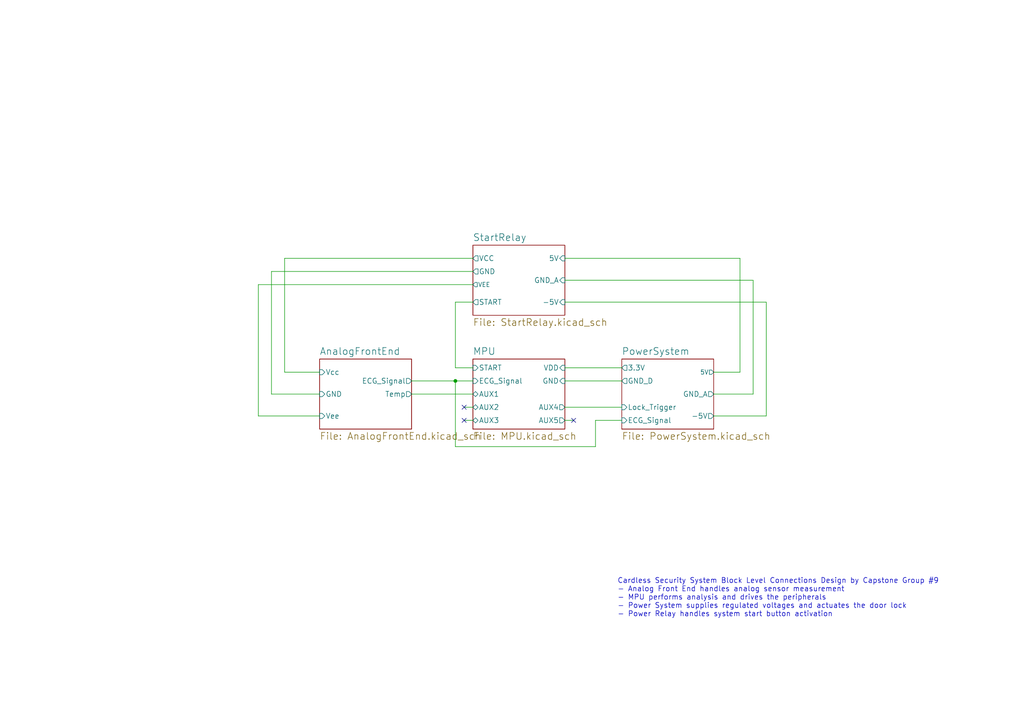
<source format=kicad_sch>
(kicad_sch
	(version 20231120)
	(generator "eeschema")
	(generator_version "8.0")
	(uuid "e4fb864b-958c-478c-9cec-5b9104033a36")
	(paper "A4")
	(lib_symbols)
	(junction
		(at 132.08 110.49)
		(diameter 0)
		(color 0 0 0 0)
		(uuid "6784a5a6-bbec-4395-b94d-831dfeff9f3b")
	)
	(no_connect
		(at 166.37 121.92)
		(uuid "56cb3175-a410-4a22-b68b-61c3fd5cbe8a")
	)
	(no_connect
		(at 134.62 121.92)
		(uuid "afe0eed3-491c-4e00-a4d0-63ddf4c20a49")
	)
	(no_connect
		(at 134.62 118.11)
		(uuid "cf76b9ea-84c0-42e2-ae80-aceb281496d7")
	)
	(wire
		(pts
			(xy 137.16 74.93) (xy 82.55 74.93)
		)
		(stroke
			(width 0)
			(type default)
		)
		(uuid "04068e67-62d8-43ec-ae43-a7bf842f936a")
	)
	(wire
		(pts
			(xy 74.93 82.55) (xy 74.93 120.65)
		)
		(stroke
			(width 0)
			(type default)
		)
		(uuid "08696ea0-1015-45e3-8505-940e6174cb53")
	)
	(wire
		(pts
			(xy 132.08 87.63) (xy 132.08 106.68)
		)
		(stroke
			(width 0)
			(type default)
		)
		(uuid "09309d87-8175-4612-933b-1e6309c55739")
	)
	(wire
		(pts
			(xy 132.08 110.49) (xy 137.16 110.49)
		)
		(stroke
			(width 0)
			(type default)
		)
		(uuid "0c22147f-46e1-421f-a7ec-d29b7f9ebc8f")
	)
	(wire
		(pts
			(xy 163.83 110.49) (xy 180.34 110.49)
		)
		(stroke
			(width 0)
			(type default)
		)
		(uuid "0d1ba820-fad1-42a9-bd8a-f0323149ac26")
	)
	(wire
		(pts
			(xy 137.16 82.55) (xy 74.93 82.55)
		)
		(stroke
			(width 0)
			(type default)
		)
		(uuid "1285b5d6-a7d9-48d1-98f7-ecc2989b7c79")
	)
	(wire
		(pts
			(xy 78.74 114.3) (xy 92.71 114.3)
		)
		(stroke
			(width 0)
			(type default)
		)
		(uuid "15399932-c89e-4234-a27e-aed205f664da")
	)
	(wire
		(pts
			(xy 163.83 121.92) (xy 166.37 121.92)
		)
		(stroke
			(width 0)
			(type default)
		)
		(uuid "1b460603-57af-4ca8-8ad8-3059e2512eca")
	)
	(wire
		(pts
			(xy 214.63 107.95) (xy 214.63 74.93)
		)
		(stroke
			(width 0)
			(type default)
		)
		(uuid "1c367a16-1179-484d-aab1-d9fbae34ccff")
	)
	(wire
		(pts
			(xy 222.25 120.65) (xy 222.25 87.63)
		)
		(stroke
			(width 0)
			(type default)
		)
		(uuid "22969f69-dffe-43ec-be82-ea51765c9a05")
	)
	(wire
		(pts
			(xy 134.62 118.11) (xy 137.16 118.11)
		)
		(stroke
			(width 0)
			(type default)
		)
		(uuid "35459c24-e5aa-4896-bf20-af3930628463")
	)
	(wire
		(pts
			(xy 163.83 106.68) (xy 180.34 106.68)
		)
		(stroke
			(width 0)
			(type default)
		)
		(uuid "3d6f9b1d-d602-46f7-a8a9-e4edf653fadb")
	)
	(wire
		(pts
			(xy 214.63 74.93) (xy 163.83 74.93)
		)
		(stroke
			(width 0)
			(type default)
		)
		(uuid "40885cc6-6c6a-4bdc-84b0-1fe16bd916b6")
	)
	(wire
		(pts
			(xy 207.01 107.95) (xy 214.63 107.95)
		)
		(stroke
			(width 0)
			(type default)
		)
		(uuid "5170a7d7-c9f8-4a1a-be0b-b49deac9bf63")
	)
	(wire
		(pts
			(xy 132.08 110.49) (xy 132.08 129.54)
		)
		(stroke
			(width 0)
			(type default)
		)
		(uuid "54bddadb-f0e8-483b-bbad-0fe38023a51e")
	)
	(wire
		(pts
			(xy 207.01 120.65) (xy 222.25 120.65)
		)
		(stroke
			(width 0)
			(type default)
		)
		(uuid "6c9f99f2-2f9a-45bb-9d09-20bbcab4fbd9")
	)
	(wire
		(pts
			(xy 172.72 121.92) (xy 180.34 121.92)
		)
		(stroke
			(width 0)
			(type default)
		)
		(uuid "71156edf-be63-4634-8f6c-16e01a8781d5")
	)
	(wire
		(pts
			(xy 132.08 129.54) (xy 172.72 129.54)
		)
		(stroke
			(width 0)
			(type default)
		)
		(uuid "7a4e95b3-cb3e-4d63-8ada-6bc40422851e")
	)
	(wire
		(pts
			(xy 207.01 114.3) (xy 218.44 114.3)
		)
		(stroke
			(width 0)
			(type default)
		)
		(uuid "81ba0644-768a-42a8-b693-509a093640e2")
	)
	(wire
		(pts
			(xy 82.55 107.95) (xy 92.71 107.95)
		)
		(stroke
			(width 0)
			(type default)
		)
		(uuid "874cb0e9-b2a9-457e-937c-79486b6cf8a2")
	)
	(wire
		(pts
			(xy 74.93 120.65) (xy 92.71 120.65)
		)
		(stroke
			(width 0)
			(type default)
		)
		(uuid "902b51b6-3be4-4556-bbe0-7126fa5aff9a")
	)
	(wire
		(pts
			(xy 119.38 114.3) (xy 137.16 114.3)
		)
		(stroke
			(width 0)
			(type default)
		)
		(uuid "96808061-7daa-41af-b44d-d616b1ed8f5d")
	)
	(wire
		(pts
			(xy 132.08 106.68) (xy 137.16 106.68)
		)
		(stroke
			(width 0)
			(type default)
		)
		(uuid "9893b329-ab39-4cbd-9f0b-b8c731078bce")
	)
	(wire
		(pts
			(xy 137.16 87.63) (xy 132.08 87.63)
		)
		(stroke
			(width 0)
			(type default)
		)
		(uuid "990b1d02-27ee-46bb-a18f-4ace3b3e80ba")
	)
	(wire
		(pts
			(xy 172.72 129.54) (xy 172.72 121.92)
		)
		(stroke
			(width 0)
			(type default)
		)
		(uuid "a0f12686-45cd-4fcb-a44d-23da08acf35c")
	)
	(wire
		(pts
			(xy 218.44 114.3) (xy 218.44 81.28)
		)
		(stroke
			(width 0)
			(type default)
		)
		(uuid "acfd6dd7-0b77-4bfa-93ec-bbcf51cae904")
	)
	(wire
		(pts
			(xy 119.38 110.49) (xy 132.08 110.49)
		)
		(stroke
			(width 0)
			(type default)
		)
		(uuid "b185f732-185b-4e46-b8f3-762ac2275ca8")
	)
	(wire
		(pts
			(xy 137.16 78.74) (xy 78.74 78.74)
		)
		(stroke
			(width 0)
			(type default)
		)
		(uuid "be0ee227-c81e-403f-83db-47ef79d96a11")
	)
	(wire
		(pts
			(xy 222.25 87.63) (xy 163.83 87.63)
		)
		(stroke
			(width 0)
			(type default)
		)
		(uuid "c126f0f6-1c28-40e6-be21-02fda2803912")
	)
	(wire
		(pts
			(xy 134.62 121.92) (xy 137.16 121.92)
		)
		(stroke
			(width 0)
			(type default)
		)
		(uuid "cc2bbd25-2af6-4fb7-9d64-f4a2b2954cc9")
	)
	(wire
		(pts
			(xy 163.83 81.28) (xy 218.44 81.28)
		)
		(stroke
			(width 0)
			(type default)
		)
		(uuid "d7109910-d34d-4c6c-af9d-81cac859f3e9")
	)
	(wire
		(pts
			(xy 82.55 74.93) (xy 82.55 107.95)
		)
		(stroke
			(width 0)
			(type default)
		)
		(uuid "de1b6616-734e-4662-8346-8aa6ba2b1e1d")
	)
	(wire
		(pts
			(xy 78.74 78.74) (xy 78.74 114.3)
		)
		(stroke
			(width 0)
			(type default)
		)
		(uuid "e88793e5-4c0d-4f93-87c8-138285ab89f8")
	)
	(wire
		(pts
			(xy 163.83 118.11) (xy 180.34 118.11)
		)
		(stroke
			(width 0)
			(type default)
		)
		(uuid "eaee8861-eeb9-4af7-8316-dae86f90e68a")
	)
	(text "Cardless Security System Block Level Connections Design by Capstone Group #9\n- Analog Front End handles analog sensor measurement\n- MPU performs analysis and drives the peripherals\n- Power System supplies regulated voltages and actuates the door lock\n- Power Relay handles system start button activation"
		(exclude_from_sim no)
		(at 179.07 179.07 0)
		(effects
			(font
				(size 1.4986 1.4986)
			)
			(justify left bottom)
		)
		(uuid "d2c55a88-6f69-4731-8ad1-93f8413291fb")
	)
	(sheet
		(at 137.16 104.14)
		(size 26.67 20.32)
		(fields_autoplaced yes)
		(stroke
			(width 0)
			(type solid)
		)
		(fill
			(color 0 0 0 0.0000)
		)
		(uuid "00000000-0000-0000-0000-00005a8aea38")
		(property "Sheetname" "MPU"
			(at 137.16 103.0601 0)
			(effects
				(font
					(size 2.0066 2.0066)
				)
				(justify left bottom)
			)
		)
		(property "Sheetfile" "MPU.kicad_sch"
			(at 137.16 125.3392 0)
			(effects
				(font
					(size 2.0066 2.0066)
				)
				(justify left top)
			)
		)
		(pin "ECG_Signal" input
			(at 137.16 110.49 180)
			(effects
				(font
					(size 1.4986 1.4986)
				)
				(justify left)
			)
			(uuid "5ac57dd3-3f2b-47b5-a908-e4115503cb2b")
		)
		(pin "VDD" input
			(at 163.83 106.68 0)
			(effects
				(font
					(size 1.4986 1.4986)
				)
				(justify right)
			)
			(uuid "36935219-5773-40d3-9a1f-76edde80be15")
		)
		(pin "GND" input
			(at 163.83 110.49 0)
			(effects
				(font
					(size 1.4986 1.4986)
				)
				(justify right)
			)
			(uuid "ef50000f-084d-4262-a748-0ffb16cd2978")
		)
		(pin "START" input
			(at 137.16 106.68 180)
			(effects
				(font
					(size 1.4986 1.4986)
				)
				(justify left)
			)
			(uuid "9abeafec-2b66-400f-85a6-ace4eb3be1cd")
		)
		(pin "AUX1" bidirectional
			(at 137.16 114.3 180)
			(effects
				(font
					(size 1.4986 1.4986)
				)
				(justify left)
			)
			(uuid "670f5146-64bf-4ab0-adb1-d2cecf2da3b0")
		)
		(pin "AUX2" bidirectional
			(at 137.16 118.11 180)
			(effects
				(font
					(size 1.4986 1.4986)
				)
				(justify left)
			)
			(uuid "ee5c0e81-919f-409f-8308-a7124ce8e2be")
		)
		(pin "AUX3" bidirectional
			(at 137.16 121.92 180)
			(effects
				(font
					(size 1.4986 1.4986)
				)
				(justify left)
			)
			(uuid "64b718d2-a738-4975-8ff2-cf8237efda72")
		)
		(pin "AUX4" output
			(at 163.83 118.11 0)
			(effects
				(font
					(size 1.4986 1.4986)
				)
				(justify right)
			)
			(uuid "a48568db-bd72-4ee2-baf1-e58e54f62cc7")
		)
		(pin "AUX5" output
			(at 163.83 121.92 0)
			(effects
				(font
					(size 1.4986 1.4986)
				)
				(justify right)
			)
			(uuid "ade66c9b-1612-4e77-9388-5647d2e8cbc2")
		)
		(instances
			(project "Main"
				(path "/e4fb864b-958c-478c-9cec-5b9104033a36"
					(page "4")
				)
			)
		)
	)
	(sheet
		(at 180.34 104.14)
		(size 26.67 20.32)
		(fields_autoplaced yes)
		(stroke
			(width 0)
			(type solid)
		)
		(fill
			(color 0 0 0 0.0000)
		)
		(uuid "00000000-0000-0000-0000-00005af78115")
		(property "Sheetname" "PowerSystem"
			(at 180.34 103.0601 0)
			(effects
				(font
					(size 2.0066 2.0066)
				)
				(justify left bottom)
			)
		)
		(property "Sheetfile" "PowerSystem.kicad_sch"
			(at 180.34 125.3392 0)
			(effects
				(font
					(size 2.0066 2.0066)
				)
				(justify left top)
			)
		)
		(pin "Lock_Trigger" input
			(at 180.34 118.11 180)
			(effects
				(font
					(size 1.4986 1.4986)
				)
				(justify left)
			)
			(uuid "3e15c4ca-878b-42c1-9891-4fb8a4f4d2f7")
		)
		(pin "GND_D" output
			(at 180.34 110.49 180)
			(effects
				(font
					(size 1.4986 1.4986)
				)
				(justify left)
			)
			(uuid "d756f2dd-c70a-432b-b837-af7dde8b4044")
		)
		(pin "GND_A" output
			(at 207.01 114.3 0)
			(effects
				(font
					(size 1.4986 1.4986)
				)
				(justify right)
			)
			(uuid "4d9c4090-4820-4e3d-8a8d-e617c13bf722")
		)
		(pin "3.3V" output
			(at 180.34 106.68 180)
			(effects
				(font
					(size 1.4986 1.4986)
				)
				(justify left)
			)
			(uuid "72d8e0be-09ba-4464-ac8e-bb540aa62b39")
		)
		(pin "5V" output
			(at 207.01 107.95 0)
			(effects
				(font
					(size 1.27 1.27)
				)
				(justify right)
			)
			(uuid "126331b4-a278-4d49-a7ff-96a8ba094566")
		)
		(pin "-5V" output
			(at 207.01 120.65 0)
			(effects
				(font
					(size 1.4986 1.4986)
				)
				(justify right)
			)
			(uuid "22fcf494-a5e4-4292-8b0d-19bc1fd7a72f")
		)
		(pin "ECG_Signal" input
			(at 180.34 121.92 180)
			(effects
				(font
					(size 1.4986 1.4986)
				)
				(justify left)
			)
			(uuid "adc6b339-db70-4b76-8696-635cb718472e")
		)
		(instances
			(project "Main"
				(path "/e4fb864b-958c-478c-9cec-5b9104033a36"
					(page "5")
				)
			)
		)
	)
	(sheet
		(at 92.71 104.14)
		(size 26.67 20.32)
		(fields_autoplaced yes)
		(stroke
			(width 0)
			(type solid)
		)
		(fill
			(color 0 0 0 0.0000)
		)
		(uuid "00000000-0000-0000-0000-00005affd4f3")
		(property "Sheetname" "AnalogFrontEnd"
			(at 92.71 103.0601 0)
			(effects
				(font
					(size 2.0066 2.0066)
				)
				(justify left bottom)
			)
		)
		(property "Sheetfile" "AnalogFrontEnd.kicad_sch"
			(at 92.71 125.3392 0)
			(effects
				(font
					(size 2.0066 2.0066)
				)
				(justify left top)
			)
		)
		(pin "GND" input
			(at 92.71 114.3 180)
			(effects
				(font
					(size 1.4986 1.4986)
				)
				(justify left)
			)
			(uuid "d47b66a9-300a-43a3-9e66-1779c7de6615")
		)
		(pin "Temp" output
			(at 119.38 114.3 0)
			(effects
				(font
					(size 1.4986 1.4986)
				)
				(justify right)
			)
			(uuid "f8a2c976-cc52-4bb8-8248-8261982562a4")
		)
		(pin "ECG_Signal" output
			(at 119.38 110.49 0)
			(effects
				(font
					(size 1.4986 1.4986)
				)
				(justify right)
			)
			(uuid "c987d79e-011f-442b-9898-d6b7080227cc")
		)
		(pin "Vcc" input
			(at 92.71 107.95 180)
			(effects
				(font
					(size 1.4986 1.4986)
				)
				(justify left)
			)
			(uuid "8406ea4e-c26a-4dac-adaf-a834ab35beaa")
		)
		(pin "Vee" input
			(at 92.71 120.65 180)
			(effects
				(font
					(size 1.4986 1.4986)
				)
				(justify left)
			)
			(uuid "d1d19187-12ff-46a9-96a4-28a4c02d7593")
		)
		(instances
			(project "Main"
				(path "/e4fb864b-958c-478c-9cec-5b9104033a36"
					(page "2")
				)
			)
		)
	)
	(sheet
		(at 137.16 71.12)
		(size 26.67 20.32)
		(fields_autoplaced yes)
		(stroke
			(width 0)
			(type solid)
		)
		(fill
			(color 0 0 0 0.0000)
		)
		(uuid "00000000-0000-0000-0000-00005b128d15")
		(property "Sheetname" "StartRelay"
			(at 137.16 70.0401 0)
			(effects
				(font
					(size 2.0066 2.0066)
				)
				(justify left bottom)
			)
		)
		(property "Sheetfile" "StartRelay.kicad_sch"
			(at 137.16 92.3192 0)
			(effects
				(font
					(size 2.0066 2.0066)
				)
				(justify left top)
			)
		)
		(pin "START" output
			(at 137.16 87.63 180)
			(effects
				(font
					(size 1.4986 1.4986)
				)
				(justify left)
			)
			(uuid "159b74a1-48ba-4c49-b060-5ba72c31a900")
		)
		(pin "5V" input
			(at 163.83 74.93 0)
			(effects
				(font
					(size 1.4986 1.4986)
				)
				(justify right)
			)
			(uuid "bb5aaba4-4e5c-4ddd-8d18-d58756c47fa0")
		)
		(pin "GND_A" input
			(at 163.83 81.28 0)
			(effects
				(font
					(size 1.4986 1.4986)
				)
				(justify right)
			)
			(uuid "e5930d1e-13d1-4ecb-8846-6cdb396bc21f")
		)
		(pin "-5V" input
			(at 163.83 87.63 0)
			(effects
				(font
					(size 1.4986 1.4986)
				)
				(justify right)
			)
			(uuid "2086d399-2f9f-4b29-af9b-d45c4269aef1")
		)
		(pin "VEE" output
			(at 137.16 82.55 180)
			(effects
				(font
					(size 1.27 1.27)
				)
				(justify left)
			)
			(uuid "181faf89-e193-45d8-bf6e-8edc9914db05")
		)
		(pin "VCC" output
			(at 137.16 74.93 180)
			(effects
				(font
					(size 1.4986 1.4986)
				)
				(justify left)
			)
			(uuid "2a9ff8df-26f9-4095-a5db-c1497701ff96")
		)
		(pin "GND" output
			(at 137.16 78.74 180)
			(effects
				(font
					(size 1.4986 1.4986)
				)
				(justify left)
			)
			(uuid "a80bdb29-1aa7-4686-9545-e42fff0fdf14")
		)
		(instances
			(project "Main"
				(path "/e4fb864b-958c-478c-9cec-5b9104033a36"
					(page "3")
				)
			)
		)
	)
	(sheet_instances
		(path "/"
			(page "1")
		)
	)
)

</source>
